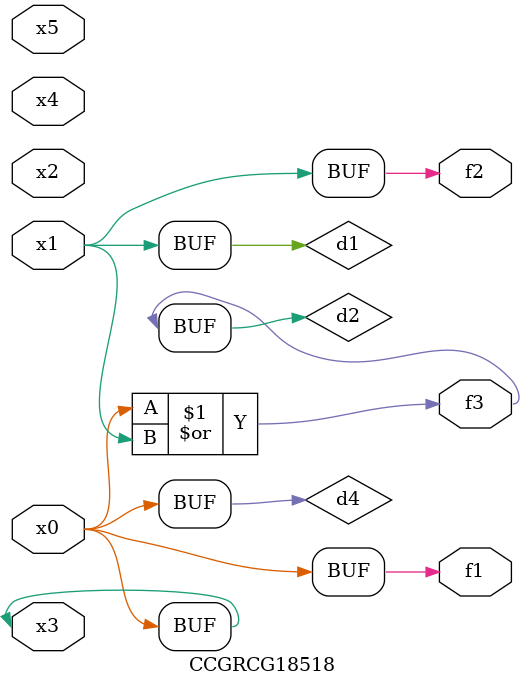
<source format=v>
module CCGRCG18518(
	input x0, x1, x2, x3, x4, x5,
	output f1, f2, f3
);

	wire d1, d2, d3, d4;

	and (d1, x1);
	or (d2, x0, x1);
	nand (d3, x0, x5);
	buf (d4, x0, x3);
	assign f1 = d4;
	assign f2 = d1;
	assign f3 = d2;
endmodule

</source>
